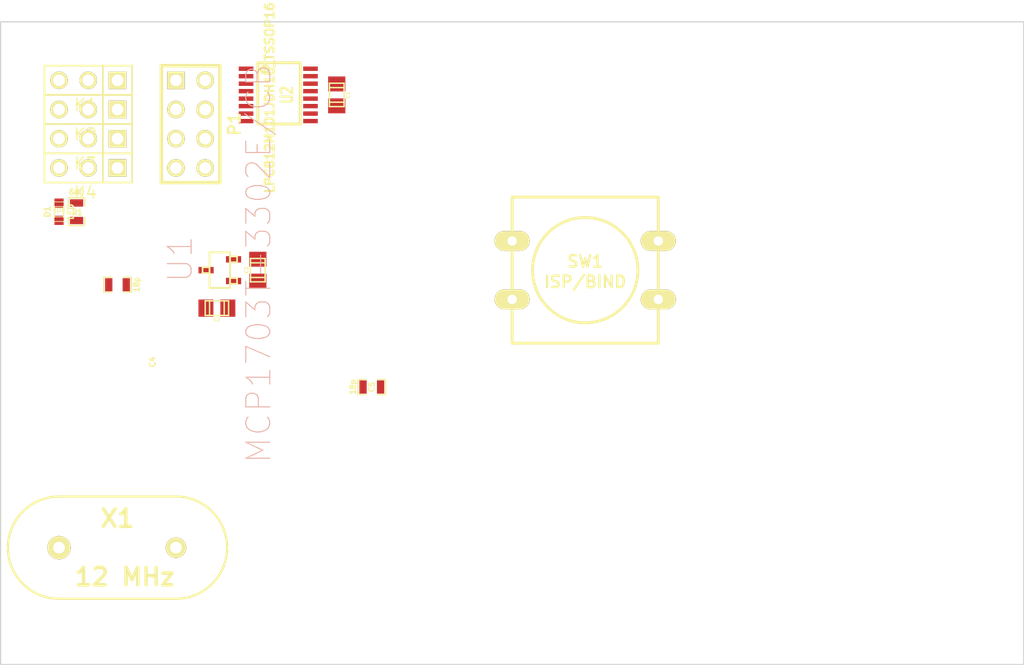
<source format=kicad_pcb>
(kicad_pcb (version 3) (host pcbnew "(2013-jul-07)-stable")

  (general
    (links 41)
    (no_connects 41)
    (area 10.109999 -5.288138 99.110001 66.090001)
    (thickness 1.6)
    (drawings 4)
    (tracks 0)
    (zones 0)
    (modules 16)
    (nets 19)
  )

  (page A3)
  (layers
    (15 F.Cu signal)
    (0 B.Cu signal)
    (16 B.Adhes user)
    (17 F.Adhes user)
    (18 B.Paste user)
    (19 F.Paste user)
    (20 B.SilkS user)
    (21 F.SilkS user)
    (22 B.Mask user)
    (23 F.Mask user)
    (24 Dwgs.User user)
    (25 Cmts.User user)
    (26 Eco1.User user)
    (27 Eco2.User user)
    (28 Edge.Cuts user)
  )

  (setup
    (last_trace_width 1.27)
    (user_trace_width 0.2032)
    (user_trace_width 0.254)
    (user_trace_width 0.3048)
    (user_trace_width 0.4064)
    (user_trace_width 0.6096)
    (user_trace_width 0.8128)
    (user_trace_width 1.016)
    (user_trace_width 1.27)
    (user_trace_width 1.4224)
    (user_trace_width 1.6764)
    (trace_clearance 0.254)
    (zone_clearance 0.508)
    (zone_45_only no)
    (trace_min 0.1524)
    (segment_width 0.2)
    (edge_width 0.1)
    (via_size 0.889)
    (via_drill 0.635)
    (via_min_size 0.889)
    (via_min_drill 0.508)
    (uvia_size 0.508)
    (uvia_drill 0.127)
    (uvias_allowed no)
    (uvia_min_size 0.508)
    (uvia_min_drill 0.127)
    (pcb_text_width 0.3)
    (pcb_text_size 1.5 1.5)
    (mod_edge_width 0.15)
    (mod_text_size 1 1)
    (mod_text_width 0.15)
    (pad_size 1.5 1.5)
    (pad_drill 0.6)
    (pad_to_mask_clearance 0)
    (aux_axis_origin 0 0)
    (visible_elements 7FFFFFFF)
    (pcbplotparams
      (layerselection 3178497)
      (usegerberextensions true)
      (excludeedgelayer true)
      (linewidth 0.150000)
      (plotframeref false)
      (viasonmask false)
      (mode 1)
      (useauxorigin false)
      (hpglpennumber 1)
      (hpglpenspeed 20)
      (hpglpendiameter 15)
      (hpglpenoverlay 2)
      (psnegative false)
      (psa4output false)
      (plotreference true)
      (plotvalue true)
      (plotothertext true)
      (plotinvisibletext false)
      (padsonsilk false)
      (subtractmaskfromsilk false)
      (outputformat 1)
      (mirror false)
      (drillshape 1)
      (scaleselection 1)
      (outputdirectory ""))
  )

  (net 0 "")
  (net 1 +3.3V)
  (net 2 +BATT)
  (net 3 CE)
  (net 4 CH1)
  (net 5 CH2)
  (net 6 CH3/Rx)
  (net 7 CH4/CPPM/Tx)
  (net 8 CSN)
  (net 9 IRQ)
  (net 10 ISP/BIND)
  (net 11 LED)
  (net 12 MISO)
  (net 13 MOSI)
  (net 14 N-0000015)
  (net 15 N-0000017)
  (net 16 N-0000018)
  (net 17 SCK)
  (net 18 VSS)

  (net_class Default "This is the default net class."
    (clearance 0.254)
    (trace_width 0.254)
    (via_dia 0.889)
    (via_drill 0.635)
    (uvia_dia 0.508)
    (uvia_drill 0.127)
    (add_net "")
    (add_net +3.3V)
    (add_net +BATT)
    (add_net CE)
    (add_net CH1)
    (add_net CH2)
    (add_net CH3/Rx)
    (add_net CH4/CPPM/Tx)
    (add_net CSN)
    (add_net IRQ)
    (add_net ISP/BIND)
    (add_net LED)
    (add_net MISO)
    (add_net MOSI)
    (add_net N-0000015)
    (add_net N-0000017)
    (add_net N-0000018)
    (add_net SCK)
    (add_net VSS)
  )

  (module pin_array_4x2 (layer F.Cu) (tedit 3FAB90E6) (tstamp 546EE5EE)
    (at 26.67 19.05 270)
    (descr "Double rangee de contacts 2 x 4 pins")
    (tags CONN)
    (path /546ED38F)
    (fp_text reference P1 (at 0 -3.81 270) (layer F.SilkS)
      (effects (font (size 1.016 1.016) (thickness 0.2032)))
    )
    (fp_text value CONN_4X2 (at 0 3.81 270) (layer F.SilkS) hide
      (effects (font (size 1.016 1.016) (thickness 0.2032)))
    )
    (fp_line (start -5.08 -2.54) (end 5.08 -2.54) (layer F.SilkS) (width 0.3048))
    (fp_line (start 5.08 -2.54) (end 5.08 2.54) (layer F.SilkS) (width 0.3048))
    (fp_line (start 5.08 2.54) (end -5.08 2.54) (layer F.SilkS) (width 0.3048))
    (fp_line (start -5.08 2.54) (end -5.08 -2.54) (layer F.SilkS) (width 0.3048))
    (pad 1 thru_hole rect (at -3.81 1.27 270) (size 1.524 1.524) (drill 1.016)
      (layers *.Cu *.Mask F.SilkS)
      (net 18 VSS)
    )
    (pad 2 thru_hole circle (at -3.81 -1.27 270) (size 1.524 1.524) (drill 1.016)
      (layers *.Cu *.Mask F.SilkS)
      (net 1 +3.3V)
    )
    (pad 3 thru_hole circle (at -1.27 1.27 270) (size 1.524 1.524) (drill 1.016)
      (layers *.Cu *.Mask F.SilkS)
      (net 3 CE)
    )
    (pad 4 thru_hole circle (at -1.27 -1.27 270) (size 1.524 1.524) (drill 1.016)
      (layers *.Cu *.Mask F.SilkS)
      (net 8 CSN)
    )
    (pad 5 thru_hole circle (at 1.27 1.27 270) (size 1.524 1.524) (drill 1.016)
      (layers *.Cu *.Mask F.SilkS)
      (net 17 SCK)
    )
    (pad 6 thru_hole circle (at 1.27 -1.27 270) (size 1.524 1.524) (drill 1.016)
      (layers *.Cu *.Mask F.SilkS)
      (net 13 MOSI)
    )
    (pad 7 thru_hole circle (at 3.81 1.27 270) (size 1.524 1.524) (drill 1.016)
      (layers *.Cu *.Mask F.SilkS)
      (net 12 MISO)
    )
    (pad 8 thru_hole circle (at 3.81 -1.27 270) (size 1.524 1.524) (drill 1.016)
      (layers *.Cu *.Mask F.SilkS)
      (net 9 IRQ)
    )
    (model pin_array/pins_array_4x2.wrl
      (at (xyz 0 0 0))
      (scale (xyz 1 1 1))
      (rotate (xyz 0 0 0))
    )
  )

  (module PIN_ARRAY_3X1 (layer F.Cu) (tedit 4C1130E0) (tstamp 546EE5FA)
    (at 17.78 15.24 180)
    (descr "Connecteur 3 pins")
    (tags "CONN DEV")
    (path /546ED52C)
    (fp_text reference K1 (at 0.254 -2.159 180) (layer F.SilkS)
      (effects (font (size 1.016 1.016) (thickness 0.1524)))
    )
    (fp_text value CONN_3 (at 0 -2.159 180) (layer F.SilkS) hide
      (effects (font (size 1.016 1.016) (thickness 0.1524)))
    )
    (fp_line (start -3.81 1.27) (end -3.81 -1.27) (layer F.SilkS) (width 0.1524))
    (fp_line (start -3.81 -1.27) (end 3.81 -1.27) (layer F.SilkS) (width 0.1524))
    (fp_line (start 3.81 -1.27) (end 3.81 1.27) (layer F.SilkS) (width 0.1524))
    (fp_line (start 3.81 1.27) (end -3.81 1.27) (layer F.SilkS) (width 0.1524))
    (fp_line (start -1.27 -1.27) (end -1.27 1.27) (layer F.SilkS) (width 0.1524))
    (pad 1 thru_hole rect (at -2.54 0 180) (size 1.524 1.524) (drill 1.016)
      (layers *.Cu *.Mask F.SilkS)
      (net 7 CH4/CPPM/Tx)
    )
    (pad 2 thru_hole circle (at 0 0 180) (size 1.524 1.524) (drill 1.016)
      (layers *.Cu *.Mask F.SilkS)
      (net 2 +BATT)
    )
    (pad 3 thru_hole circle (at 2.54 0 180) (size 1.524 1.524) (drill 1.016)
      (layers *.Cu *.Mask F.SilkS)
      (net 18 VSS)
    )
    (model pin_array/pins_array_3x1.wrl
      (at (xyz 0 0 0))
      (scale (xyz 1 1 1))
      (rotate (xyz 0 0 0))
    )
  )

  (module PIN_ARRAY_3X1 (layer F.Cu) (tedit 4C1130E0) (tstamp 546EE606)
    (at 17.78 17.78 180)
    (descr "Connecteur 3 pins")
    (tags "CONN DEV")
    (path /546EDCB1)
    (fp_text reference K2 (at 0.254 -2.159 180) (layer F.SilkS)
      (effects (font (size 1.016 1.016) (thickness 0.1524)))
    )
    (fp_text value CONN_3 (at 0 -2.159 180) (layer F.SilkS) hide
      (effects (font (size 1.016 1.016) (thickness 0.1524)))
    )
    (fp_line (start -3.81 1.27) (end -3.81 -1.27) (layer F.SilkS) (width 0.1524))
    (fp_line (start -3.81 -1.27) (end 3.81 -1.27) (layer F.SilkS) (width 0.1524))
    (fp_line (start 3.81 -1.27) (end 3.81 1.27) (layer F.SilkS) (width 0.1524))
    (fp_line (start 3.81 1.27) (end -3.81 1.27) (layer F.SilkS) (width 0.1524))
    (fp_line (start -1.27 -1.27) (end -1.27 1.27) (layer F.SilkS) (width 0.1524))
    (pad 1 thru_hole rect (at -2.54 0 180) (size 1.524 1.524) (drill 1.016)
      (layers *.Cu *.Mask F.SilkS)
      (net 6 CH3/Rx)
    )
    (pad 2 thru_hole circle (at 0 0 180) (size 1.524 1.524) (drill 1.016)
      (layers *.Cu *.Mask F.SilkS)
      (net 2 +BATT)
    )
    (pad 3 thru_hole circle (at 2.54 0 180) (size 1.524 1.524) (drill 1.016)
      (layers *.Cu *.Mask F.SilkS)
      (net 18 VSS)
    )
    (model pin_array/pins_array_3x1.wrl
      (at (xyz 0 0 0))
      (scale (xyz 1 1 1))
      (rotate (xyz 0 0 0))
    )
  )

  (module PIN_ARRAY_3X1 (layer F.Cu) (tedit 4C1130E0) (tstamp 546EE612)
    (at 17.78 20.32 180)
    (descr "Connecteur 3 pins")
    (tags "CONN DEV")
    (path /546EDCC0)
    (fp_text reference K3 (at 0.254 -2.159 180) (layer F.SilkS)
      (effects (font (size 1.016 1.016) (thickness 0.1524)))
    )
    (fp_text value CONN_3 (at 0 -2.159 180) (layer F.SilkS) hide
      (effects (font (size 1.016 1.016) (thickness 0.1524)))
    )
    (fp_line (start -3.81 1.27) (end -3.81 -1.27) (layer F.SilkS) (width 0.1524))
    (fp_line (start -3.81 -1.27) (end 3.81 -1.27) (layer F.SilkS) (width 0.1524))
    (fp_line (start 3.81 -1.27) (end 3.81 1.27) (layer F.SilkS) (width 0.1524))
    (fp_line (start 3.81 1.27) (end -3.81 1.27) (layer F.SilkS) (width 0.1524))
    (fp_line (start -1.27 -1.27) (end -1.27 1.27) (layer F.SilkS) (width 0.1524))
    (pad 1 thru_hole rect (at -2.54 0 180) (size 1.524 1.524) (drill 1.016)
      (layers *.Cu *.Mask F.SilkS)
      (net 5 CH2)
    )
    (pad 2 thru_hole circle (at 0 0 180) (size 1.524 1.524) (drill 1.016)
      (layers *.Cu *.Mask F.SilkS)
      (net 2 +BATT)
    )
    (pad 3 thru_hole circle (at 2.54 0 180) (size 1.524 1.524) (drill 1.016)
      (layers *.Cu *.Mask F.SilkS)
      (net 18 VSS)
    )
    (model pin_array/pins_array_3x1.wrl
      (at (xyz 0 0 0))
      (scale (xyz 1 1 1))
      (rotate (xyz 0 0 0))
    )
  )

  (module PIN_ARRAY_3X1 (layer F.Cu) (tedit 4C1130E0) (tstamp 546EE61E)
    (at 17.78 22.86 180)
    (descr "Connecteur 3 pins")
    (tags "CONN DEV")
    (path /546EDCCF)
    (fp_text reference K4 (at 0.254 -2.159 180) (layer F.SilkS)
      (effects (font (size 1.016 1.016) (thickness 0.1524)))
    )
    (fp_text value CONN_3 (at 0 -2.159 180) (layer F.SilkS) hide
      (effects (font (size 1.016 1.016) (thickness 0.1524)))
    )
    (fp_line (start -3.81 1.27) (end -3.81 -1.27) (layer F.SilkS) (width 0.1524))
    (fp_line (start -3.81 -1.27) (end 3.81 -1.27) (layer F.SilkS) (width 0.1524))
    (fp_line (start 3.81 -1.27) (end 3.81 1.27) (layer F.SilkS) (width 0.1524))
    (fp_line (start 3.81 1.27) (end -3.81 1.27) (layer F.SilkS) (width 0.1524))
    (fp_line (start -1.27 -1.27) (end -1.27 1.27) (layer F.SilkS) (width 0.1524))
    (pad 1 thru_hole rect (at -2.54 0 180) (size 1.524 1.524) (drill 1.016)
      (layers *.Cu *.Mask F.SilkS)
      (net 4 CH1)
    )
    (pad 2 thru_hole circle (at 0 0 180) (size 1.524 1.524) (drill 1.016)
      (layers *.Cu *.Mask F.SilkS)
      (net 2 +BATT)
    )
    (pad 3 thru_hole circle (at 2.54 0 180) (size 1.524 1.524) (drill 1.016)
      (layers *.Cu *.Mask F.SilkS)
      (net 18 VSS)
    )
    (model pin_array/pins_array_3x1.wrl
      (at (xyz 0 0 0))
      (scale (xyz 1 1 1))
      (rotate (xyz 0 0 0))
    )
  )

  (module c_0805 (layer F.Cu) (tedit 49047394) (tstamp 546EE62A)
    (at 32.512 31.75 90)
    (descr "SMT capacitor, 0805")
    (path /546ED3A6)
    (fp_text reference C3 (at 0 -0.9906 90) (layer F.SilkS)
      (effects (font (size 0.29972 0.29972) (thickness 0.06096)))
    )
    (fp_text value 1u (at 0 0.9906 90) (layer F.SilkS) hide
      (effects (font (size 0.29972 0.29972) (thickness 0.06096)))
    )
    (fp_line (start 0.635 -0.635) (end 0.635 0.635) (layer F.SilkS) (width 0.127))
    (fp_line (start -0.635 -0.635) (end -0.635 0.6096) (layer F.SilkS) (width 0.127))
    (fp_line (start -1.016 -0.635) (end 1.016 -0.635) (layer F.SilkS) (width 0.127))
    (fp_line (start 1.016 -0.635) (end 1.016 0.635) (layer F.SilkS) (width 0.127))
    (fp_line (start 1.016 0.635) (end -1.016 0.635) (layer F.SilkS) (width 0.127))
    (fp_line (start -1.016 0.635) (end -1.016 -0.635) (layer F.SilkS) (width 0.127))
    (pad 1 smd rect (at 0.9525 0 90) (size 1.30048 1.4986)
      (layers F.Cu F.Paste F.Mask)
      (net 1 +3.3V)
    )
    (pad 2 smd rect (at -0.9525 0 90) (size 1.30048 1.4986)
      (layers F.Cu F.Paste F.Mask)
      (net 18 VSS)
    )
    (model smd/capacitors/c_0805.wrl
      (at (xyz 0 0 0))
      (scale (xyz 1 1 1))
      (rotate (xyz 0 0 0))
    )
  )

  (module c_0805 (layer F.Cu) (tedit 49047394) (tstamp 546EE636)
    (at 39.37 16.51 270)
    (descr "SMT capacitor, 0805")
    (path /546ED3B5)
    (fp_text reference C1 (at 0 -0.9906 270) (layer F.SilkS)
      (effects (font (size 0.29972 0.29972) (thickness 0.06096)))
    )
    (fp_text value 100n (at 0 0.9906 270) (layer F.SilkS) hide
      (effects (font (size 0.29972 0.29972) (thickness 0.06096)))
    )
    (fp_line (start 0.635 -0.635) (end 0.635 0.635) (layer F.SilkS) (width 0.127))
    (fp_line (start -0.635 -0.635) (end -0.635 0.6096) (layer F.SilkS) (width 0.127))
    (fp_line (start -1.016 -0.635) (end 1.016 -0.635) (layer F.SilkS) (width 0.127))
    (fp_line (start 1.016 -0.635) (end 1.016 0.635) (layer F.SilkS) (width 0.127))
    (fp_line (start 1.016 0.635) (end -1.016 0.635) (layer F.SilkS) (width 0.127))
    (fp_line (start -1.016 0.635) (end -1.016 -0.635) (layer F.SilkS) (width 0.127))
    (pad 1 smd rect (at 0.9525 0 270) (size 1.30048 1.4986)
      (layers F.Cu F.Paste F.Mask)
      (net 1 +3.3V)
    )
    (pad 2 smd rect (at -0.9525 0 270) (size 1.30048 1.4986)
      (layers F.Cu F.Paste F.Mask)
      (net 18 VSS)
    )
    (model smd/capacitors/c_0805.wrl
      (at (xyz 0 0 0))
      (scale (xyz 1 1 1))
      (rotate (xyz 0 0 0))
    )
  )

  (module c_0805 (layer F.Cu) (tedit 49047394) (tstamp 546EE642)
    (at 28.956 35.052 180)
    (descr "SMT capacitor, 0805")
    (path /546ED3C4)
    (fp_text reference C2 (at 0 -0.9906 180) (layer F.SilkS)
      (effects (font (size 0.29972 0.29972) (thickness 0.06096)))
    )
    (fp_text value 1u (at 0 0.9906 180) (layer F.SilkS) hide
      (effects (font (size 0.29972 0.29972) (thickness 0.06096)))
    )
    (fp_line (start 0.635 -0.635) (end 0.635 0.635) (layer F.SilkS) (width 0.127))
    (fp_line (start -0.635 -0.635) (end -0.635 0.6096) (layer F.SilkS) (width 0.127))
    (fp_line (start -1.016 -0.635) (end 1.016 -0.635) (layer F.SilkS) (width 0.127))
    (fp_line (start 1.016 -0.635) (end 1.016 0.635) (layer F.SilkS) (width 0.127))
    (fp_line (start 1.016 0.635) (end -1.016 0.635) (layer F.SilkS) (width 0.127))
    (fp_line (start -1.016 0.635) (end -1.016 -0.635) (layer F.SilkS) (width 0.127))
    (pad 1 smd rect (at 0.9525 0 180) (size 1.30048 1.4986)
      (layers F.Cu F.Paste F.Mask)
      (net 2 +BATT)
    )
    (pad 2 smd rect (at -0.9525 0 180) (size 1.30048 1.4986)
      (layers F.Cu F.Paste F.Mask)
      (net 18 VSS)
    )
    (model smd/capacitors/c_0805.wrl
      (at (xyz 0 0 0))
      (scale (xyz 1 1 1))
      (rotate (xyz 0 0 0))
    )
  )

  (module MCP1703-SOT95P300X145-3N (layer F.Cu) (tedit 200000) (tstamp 546EE753)
    (at 29.21 31.75 90)
    (path /546ED329)
    (attr smd)
    (fp_text reference U1 (at 0.9652 -3.4544 90) (layer B.SilkS)
      (effects (font (size 2.0828 2.0828) (thickness 0.0889)))
    )
    (fp_text value MCP1703T-3302E/CB (at 0.5588 3.3782 90) (layer B.SilkS)
      (effects (font (size 2.0828 2.0828) (thickness 0.0889)))
    )
    (fp_line (start -0.6858 0.889) (end -1.1938 0.889) (layer F.SilkS) (width 0.1524))
    (fp_line (start -1.1938 0.889) (end -1.1938 1.4986) (layer F.SilkS) (width 0.1524))
    (fp_line (start -1.1938 1.4986) (end -0.6858 1.4986) (layer F.SilkS) (width 0.1524))
    (fp_line (start -0.6858 1.4986) (end -0.6858 0.889) (layer F.SilkS) (width 0.1524))
    (fp_line (start 1.1938 0.889) (end 0.6858 0.889) (layer F.SilkS) (width 0.1524))
    (fp_line (start 0.6858 0.889) (end 0.6858 1.4986) (layer F.SilkS) (width 0.1524))
    (fp_line (start 0.6858 1.4986) (end 1.1938 1.4986) (layer F.SilkS) (width 0.1524))
    (fp_line (start 1.1938 1.4986) (end 1.1938 0.889) (layer F.SilkS) (width 0.1524))
    (fp_line (start -0.254 -0.889) (end 0.254 -0.889) (layer F.SilkS) (width 0.1524))
    (fp_line (start 0.254 -0.889) (end 0.254 -1.4986) (layer F.SilkS) (width 0.1524))
    (fp_line (start 0.254 -1.4986) (end -0.254 -1.4986) (layer F.SilkS) (width 0.1524))
    (fp_line (start -0.254 -1.4986) (end -0.254 -0.889) (layer F.SilkS) (width 0.1524))
    (fp_line (start -1.5494 0.889) (end 1.5494 0.889) (layer F.SilkS) (width 0.1524))
    (fp_line (start 1.5494 0.889) (end 1.5494 -0.889) (layer F.SilkS) (width 0.1524))
    (fp_line (start 1.5494 -0.889) (end -1.5494 -0.889) (layer F.SilkS) (width 0.1524))
    (fp_line (start -1.5494 -0.889) (end -1.5494 0.889) (layer F.SilkS) (width 0.1524))
    (fp_line (start -0.6096 -0.889) (end -1.5494 -0.889) (layer F.SilkS) (width 0.1524))
    (fp_line (start -0.3302 0.889) (end 0.3302 0.889) (layer F.SilkS) (width 0.1524))
    (fp_line (start 1.5494 0.4572) (end 1.5494 -0.889) (layer F.SilkS) (width 0.1524))
    (fp_line (start 1.5494 -0.889) (end 0.6096 -0.889) (layer F.SilkS) (width 0.1524))
    (fp_line (start -1.5494 -0.889) (end -1.5494 0.4572) (layer F.SilkS) (width 0.1524))
    (pad 1 smd rect (at -0.9398 1.1938 90) (size 0.5588 1.3208)
      (layers F.Cu F.Paste F.Mask)
      (net 18 VSS)
    )
    (pad 2 smd rect (at 0.9398 1.1938 90) (size 0.5588 1.3208)
      (layers F.Cu F.Paste F.Mask)
      (net 1 +3.3V)
    )
    (pad 3 smd rect (at 0 -1.1938 90) (size 0.5588 1.3208)
      (layers F.Cu F.Paste F.Mask)
      (net 2 +BATT)
    )
  )

  (module SM0603_Resistor (layer F.Cu) (tedit 5051B21B) (tstamp 546FEF2E)
    (at 16.764 26.67 270)
    (path /546F059C)
    (attr smd)
    (fp_text reference R1 (at 0.0635 -0.0635 360) (layer F.SilkS)
      (effects (font (size 0.50038 0.4572) (thickness 0.1143)))
    )
    (fp_text value 680 (at -1.69926 0 360) (layer F.SilkS)
      (effects (font (size 0.508 0.4572) (thickness 0.1143)))
    )
    (fp_line (start -0.50038 -0.6985) (end -1.2065 -0.6985) (layer F.SilkS) (width 0.127))
    (fp_line (start -1.2065 -0.6985) (end -1.2065 0.6985) (layer F.SilkS) (width 0.127))
    (fp_line (start -1.2065 0.6985) (end -0.50038 0.6985) (layer F.SilkS) (width 0.127))
    (fp_line (start 1.2065 -0.6985) (end 0.50038 -0.6985) (layer F.SilkS) (width 0.127))
    (fp_line (start 1.2065 -0.6985) (end 1.2065 0.6985) (layer F.SilkS) (width 0.127))
    (fp_line (start 1.2065 0.6985) (end 0.50038 0.6985) (layer F.SilkS) (width 0.127))
    (pad 1 smd rect (at -0.762 0 270) (size 0.635 1.143)
      (layers F.Cu F.Paste F.Mask)
      (net 14 N-0000015)
    )
    (pad 2 smd rect (at 0.762 0 270) (size 0.635 1.143)
      (layers F.Cu F.Paste F.Mask)
      (net 11 LED)
    )
    (model smd\resistors\R0603.wrl
      (at (xyz 0 0 0.001))
      (scale (xyz 0.5 0.5 0.5))
      (rotate (xyz 0 0 0))
    )
  )

  (module SM0603_Capa (layer F.Cu) (tedit 546F2DB6) (tstamp 546F013B)
    (at 20.32 33.02 180)
    (path /546EFF7D)
    (attr smd)
    (fp_text reference C4 (at -3.048 -6.7056 270) (layer F.SilkS)
      (effects (font (size 0.508 0.4572) (thickness 0.1143)))
    )
    (fp_text value 18p (at -1.651 0 270) (layer F.SilkS)
      (effects (font (size 0.508 0.4572) (thickness 0.1143)))
    )
    (fp_line (start 0.50038 0.65024) (end 1.19888 0.65024) (layer F.SilkS) (width 0.11938))
    (fp_line (start -0.50038 0.65024) (end -1.19888 0.65024) (layer F.SilkS) (width 0.11938))
    (fp_line (start 0.50038 -0.65024) (end 1.19888 -0.65024) (layer F.SilkS) (width 0.11938))
    (fp_line (start -1.19888 -0.65024) (end -0.50038 -0.65024) (layer F.SilkS) (width 0.11938))
    (fp_line (start 1.19888 -0.635) (end 1.19888 0.635) (layer F.SilkS) (width 0.11938))
    (fp_line (start -1.19888 0.635) (end -1.19888 -0.635) (layer F.SilkS) (width 0.11938))
    (pad 1 smd rect (at -0.762 0 180) (size 0.635 1.143)
      (layers F.Cu F.Paste F.Mask)
      (net 15 N-0000017)
    )
    (pad 2 smd rect (at 0.762 0 180) (size 0.635 1.143)
      (layers F.Cu F.Paste F.Mask)
      (net 18 VSS)
    )
    (model smd\capacitors\C0603.wrl
      (at (xyz 0 0 0.001))
      (scale (xyz 0.5 0.5 0.5))
      (rotate (xyz 0 0 0))
    )
  )

  (module SM0603_Capa (layer F.Cu) (tedit 5051B1EC) (tstamp 546F0147)
    (at 42.418 41.91)
    (path /546EFF8A)
    (attr smd)
    (fp_text reference C5 (at 0 0 90) (layer F.SilkS)
      (effects (font (size 0.508 0.4572) (thickness 0.1143)))
    )
    (fp_text value 18p (at -1.651 0 90) (layer F.SilkS)
      (effects (font (size 0.508 0.4572) (thickness 0.1143)))
    )
    (fp_line (start 0.50038 0.65024) (end 1.19888 0.65024) (layer F.SilkS) (width 0.11938))
    (fp_line (start -0.50038 0.65024) (end -1.19888 0.65024) (layer F.SilkS) (width 0.11938))
    (fp_line (start 0.50038 -0.65024) (end 1.19888 -0.65024) (layer F.SilkS) (width 0.11938))
    (fp_line (start -1.19888 -0.65024) (end -0.50038 -0.65024) (layer F.SilkS) (width 0.11938))
    (fp_line (start 1.19888 -0.635) (end 1.19888 0.635) (layer F.SilkS) (width 0.11938))
    (fp_line (start -1.19888 0.635) (end -1.19888 -0.635) (layer F.SilkS) (width 0.11938))
    (pad 1 smd rect (at -0.762 0) (size 0.635 1.143)
      (layers F.Cu F.Paste F.Mask)
      (net 16 N-0000018)
    )
    (pad 2 smd rect (at 0.762 0) (size 0.635 1.143)
      (layers F.Cu F.Paste F.Mask)
      (net 18 VSS)
    )
    (model smd\capacitors\C0603.wrl
      (at (xyz 0 0 0.001))
      (scale (xyz 0.5 0.5 0.5))
      (rotate (xyz 0 0 0))
    )
  )

  (module LED-0603 (layer F.Cu) (tedit 4E16AFB4) (tstamp 546F0175)
    (at 15.24 26.67 90)
    (descr "LED 0603 smd package")
    (tags "LED led 0603 SMD smd SMT smt smdled SMDLED smtled SMTLED")
    (path /546F0587)
    (attr smd)
    (fp_text reference D1 (at 0 -1.016 90) (layer F.SilkS)
      (effects (font (size 0.508 0.508) (thickness 0.127)))
    )
    (fp_text value LED (at 0 1.016 90) (layer F.SilkS)
      (effects (font (size 0.508 0.508) (thickness 0.127)))
    )
    (fp_line (start 0.44958 -0.44958) (end 0.44958 0.44958) (layer F.SilkS) (width 0.06604))
    (fp_line (start 0.44958 0.44958) (end 0.84836 0.44958) (layer F.SilkS) (width 0.06604))
    (fp_line (start 0.84836 -0.44958) (end 0.84836 0.44958) (layer F.SilkS) (width 0.06604))
    (fp_line (start 0.44958 -0.44958) (end 0.84836 -0.44958) (layer F.SilkS) (width 0.06604))
    (fp_line (start -0.84836 -0.44958) (end -0.84836 0.44958) (layer F.SilkS) (width 0.06604))
    (fp_line (start -0.84836 0.44958) (end -0.44958 0.44958) (layer F.SilkS) (width 0.06604))
    (fp_line (start -0.44958 -0.44958) (end -0.44958 0.44958) (layer F.SilkS) (width 0.06604))
    (fp_line (start -0.84836 -0.44958) (end -0.44958 -0.44958) (layer F.SilkS) (width 0.06604))
    (fp_line (start 0 -0.44958) (end 0 -0.29972) (layer F.SilkS) (width 0.06604))
    (fp_line (start 0 -0.29972) (end 0.29972 -0.29972) (layer F.SilkS) (width 0.06604))
    (fp_line (start 0.29972 -0.44958) (end 0.29972 -0.29972) (layer F.SilkS) (width 0.06604))
    (fp_line (start 0 -0.44958) (end 0.29972 -0.44958) (layer F.SilkS) (width 0.06604))
    (fp_line (start 0 0.29972) (end 0 0.44958) (layer F.SilkS) (width 0.06604))
    (fp_line (start 0 0.44958) (end 0.29972 0.44958) (layer F.SilkS) (width 0.06604))
    (fp_line (start 0.29972 0.29972) (end 0.29972 0.44958) (layer F.SilkS) (width 0.06604))
    (fp_line (start 0 0.29972) (end 0.29972 0.29972) (layer F.SilkS) (width 0.06604))
    (fp_line (start 0 -0.14986) (end 0 0.14986) (layer F.SilkS) (width 0.06604))
    (fp_line (start 0 0.14986) (end 0.29972 0.14986) (layer F.SilkS) (width 0.06604))
    (fp_line (start 0.29972 -0.14986) (end 0.29972 0.14986) (layer F.SilkS) (width 0.06604))
    (fp_line (start 0 -0.14986) (end 0.29972 -0.14986) (layer F.SilkS) (width 0.06604))
    (fp_line (start 0.44958 -0.39878) (end -0.44958 -0.39878) (layer F.SilkS) (width 0.1016))
    (fp_line (start 0.44958 0.39878) (end -0.44958 0.39878) (layer F.SilkS) (width 0.1016))
    (pad 1 smd rect (at -0.7493 0 90) (size 0.79756 0.79756)
      (layers F.Cu F.Paste F.Mask)
      (net 1 +3.3V)
    )
    (pad 2 smd rect (at 0.7493 0 90) (size 0.79756 0.79756)
      (layers F.Cu F.Paste F.Mask)
      (net 14 N-0000015)
    )
  )

  (module TSSOP16 (layer F.Cu) (tedit 4E43E09E) (tstamp 546EE5DE)
    (at 34.29 16.51 270)
    (path /546ED16B)
    (attr smd)
    (fp_text reference U2 (at 0 -0.7493 270) (layer F.SilkS)
      (effects (font (size 1.016 0.762) (thickness 0.1905)))
    )
    (fp_text value LPC812M101JDH16_TSSOP16 (at 0.24892 0.7493 270) (layer F.SilkS)
      (effects (font (size 0.762 0.762) (thickness 0.1905)))
    )
    (fp_line (start -2.794 -1.905) (end 2.54 -1.905) (layer F.SilkS) (width 0.254))
    (fp_line (start 2.54 -1.905) (end 2.54 1.778) (layer F.SilkS) (width 0.254))
    (fp_line (start 2.54 1.778) (end -2.794 1.778) (layer F.SilkS) (width 0.254))
    (fp_line (start -2.794 1.778) (end -2.794 -1.905) (layer F.SilkS) (width 0.254))
    (fp_circle (center -2.20218 1.15824) (end -2.40538 1.41224) (layer F.SilkS) (width 0.254))
    (pad 1 smd rect (at -2.27584 2.79908 270) (size 0.381 1.27)
      (layers F.Cu F.Paste F.Mask)
      (net 3 CE)
    )
    (pad 2 smd rect (at -1.6256 2.79908 270) (size 0.381 1.27)
      (layers F.Cu F.Paste F.Mask)
      (net 10 ISP/BIND)
    )
    (pad 3 smd rect (at -0.97536 2.79908 270) (size 0.381 1.27)
      (layers F.Cu F.Paste F.Mask)
      (net 11 LED)
    )
    (pad 4 smd rect (at -0.32512 2.79908 270) (size 0.381 1.27)
      (layers F.Cu F.Paste F.Mask)
      (net 7 CH4/CPPM/Tx)
    )
    (pad 5 smd rect (at 0.32512 2.79908 270) (size 0.381 1.27)
      (layers F.Cu F.Paste F.Mask)
      (net 17 SCK)
    )
    (pad 6 smd rect (at 0.97536 2.79908 270) (size 0.381 1.27)
      (layers F.Cu F.Paste F.Mask)
      (net 8 CSN)
    )
    (pad 7 smd rect (at 1.6256 2.79908 270) (size 0.381 1.27)
      (layers F.Cu F.Paste F.Mask)
      (net 9 IRQ)
    )
    (pad 8 smd rect (at 2.27584 2.79908 270) (size 0.381 1.27)
      (layers F.Cu F.Paste F.Mask)
      (net 12 MISO)
    )
    (pad 9 smd rect (at 2.27584 -2.79908 270) (size 0.381 1.27)
      (layers F.Cu F.Paste F.Mask)
      (net 4 CH1)
    )
    (pad 10 smd rect (at 1.6256 -2.79908 270) (size 0.381 1.27)
      (layers F.Cu F.Paste F.Mask)
      (net 15 N-0000017)
    )
    (pad 11 smd rect (at 0.97536 -2.79908 270) (size 0.381 1.27)
      (layers F.Cu F.Paste F.Mask)
      (net 16 N-0000018)
    )
    (pad 12 smd rect (at 0.32512 -2.79908 270) (size 0.381 1.27)
      (layers F.Cu F.Paste F.Mask)
      (net 1 +3.3V)
    )
    (pad 13 smd rect (at -0.32512 -2.79908 270) (size 0.381 1.27)
      (layers F.Cu F.Paste F.Mask)
      (net 18 VSS)
    )
    (pad 14 smd rect (at -0.97536 -2.79908 270) (size 0.381 1.27)
      (layers F.Cu F.Paste F.Mask)
      (net 13 MOSI)
    )
    (pad 15 smd rect (at -1.6256 -2.79908 270) (size 0.381 1.27)
      (layers F.Cu F.Paste F.Mask)
      (net 5 CH2)
    )
    (pad 16 smd rect (at -2.27584 -2.79908 270) (size 0.381 1.27)
      (layers F.Cu F.Paste F.Mask)
      (net 6 CH3/Rx)
    )
    (model smd\smd_dil\tssop-16.wrl
      (at (xyz 0 0 0))
      (scale (xyz 1 1 1))
      (rotate (xyz 0 0 0))
    )
  )

  (module HC-33UV (layer F.Cu) (tedit 3F93D049) (tstamp 546F0153)
    (at 20.32 55.88)
    (descr "Quartz boitier HC-33U Vertical")
    (tags "QUARTZ DEV")
    (path /546EFECA)
    (autoplace_cost180 10)
    (fp_text reference X1 (at 0 -2.54) (layer F.SilkS)
      (effects (font (size 1.524 1.524) (thickness 0.3048)))
    )
    (fp_text value "12 MHz" (at 0.635 2.54) (layer F.SilkS)
      (effects (font (size 1.524 1.524) (thickness 0.3048)))
    )
    (fp_line (start 5.08 4.445) (end -5.08 4.445) (layer F.SilkS) (width 0.2032))
    (fp_arc (start 5.08 0) (end 9.525 0) (angle 90) (layer F.SilkS) (width 0.2032))
    (fp_line (start -5.08 -4.445) (end 5.08 -4.445) (layer F.SilkS) (width 0.2032))
    (fp_arc (start 5.08 0) (end 5.08 -4.445) (angle 90) (layer F.SilkS) (width 0.2032))
    (fp_arc (start -5.08 0) (end -5.08 4.445) (angle 90) (layer F.SilkS) (width 0.2032))
    (fp_arc (start -5.08 0) (end -9.525 0) (angle 90) (layer F.SilkS) (width 0.2032))
    (pad 1 thru_hole circle (at -5.08 0) (size 2.032 2.032) (drill 1.016)
      (layers *.Cu *.Mask F.SilkS)
      (net 15 N-0000017)
    )
    (pad 2 thru_hole circle (at 5.08 0) (size 1.778 1.778) (drill 1.016)
      (layers *.Cu *.Mask F.SilkS)
      (net 16 N-0000018)
    )
    (model discret\xtal\crystal_hc33u_vertical.wrl
      (at (xyz 0 0 0))
      (scale (xyz 0.8 0.8 0.8))
      (rotate (xyz 0 0 0))
    )
  )

  (module SW_PUSH-12mm (layer F.Cu) (tedit 4C612761) (tstamp 546F0123)
    (at 60.96 31.75)
    (path /546F0446)
    (fp_text reference SW1 (at 0 -0.762) (layer F.SilkS)
      (effects (font (size 1.016 1.016) (thickness 0.2032)))
    )
    (fp_text value ISP/BIND (at 0 1.016) (layer F.SilkS)
      (effects (font (size 1.016 1.016) (thickness 0.2032)))
    )
    (fp_circle (center 0 0) (end 3.81 2.54) (layer F.SilkS) (width 0.254))
    (fp_line (start -6.35 -6.35) (end 6.35 -6.35) (layer F.SilkS) (width 0.254))
    (fp_line (start 6.35 -6.35) (end 6.35 6.35) (layer F.SilkS) (width 0.254))
    (fp_line (start 6.35 6.35) (end -6.35 6.35) (layer F.SilkS) (width 0.254))
    (fp_line (start -6.35 6.35) (end -6.35 -6.35) (layer F.SilkS) (width 0.254))
    (pad 1 thru_hole oval (at 6.35 -2.54) (size 3.048 1.7272) (drill 0.8128)
      (layers *.Cu *.Mask F.SilkS)
      (net 10 ISP/BIND)
    )
    (pad 2 thru_hole oval (at 6.35 2.54) (size 3.048 1.7272) (drill 0.8128)
      (layers *.Cu *.Mask F.SilkS)
      (net 18 VSS)
    )
    (pad 1 thru_hole oval (at -6.35 -2.54) (size 3.048 1.7272) (drill 0.8128)
      (layers *.Cu *.Mask F.SilkS)
      (net 10 ISP/BIND)
    )
    (pad 2 thru_hole oval (at -6.35 2.54) (size 3.048 1.7272) (drill 0.8128)
      (layers *.Cu *.Mask F.SilkS)
      (net 18 VSS)
    )
  )

  (gr_line (start 10.16 66.04) (end 10.16 10.16) (angle 90) (layer Edge.Cuts) (width 0.1))
  (gr_line (start 99.06 66.04) (end 10.16 66.04) (angle 90) (layer Edge.Cuts) (width 0.1))
  (gr_line (start 99.06 10.16) (end 99.06 66.04) (angle 90) (layer Edge.Cuts) (width 0.1))
  (gr_line (start 10.16 10.16) (end 99.06 10.16) (angle 90) (layer Edge.Cuts) (width 0.1))

  (zone (net 18) (net_name VSS) (layer F.Cu) (tstamp 546F089C) (hatch edge 0.508)
    (connect_pads (clearance 0.508))
    (min_thickness 0.254)
    (fill (arc_segments 16) (thermal_gap 0.508) (thermal_bridge_width 0.508))
    (polygon
      (pts
        (xy 55.5244 10.16) (xy 55.372048 10.161021) (xy 55.372 10.16)
      )
    )
  )
)

</source>
